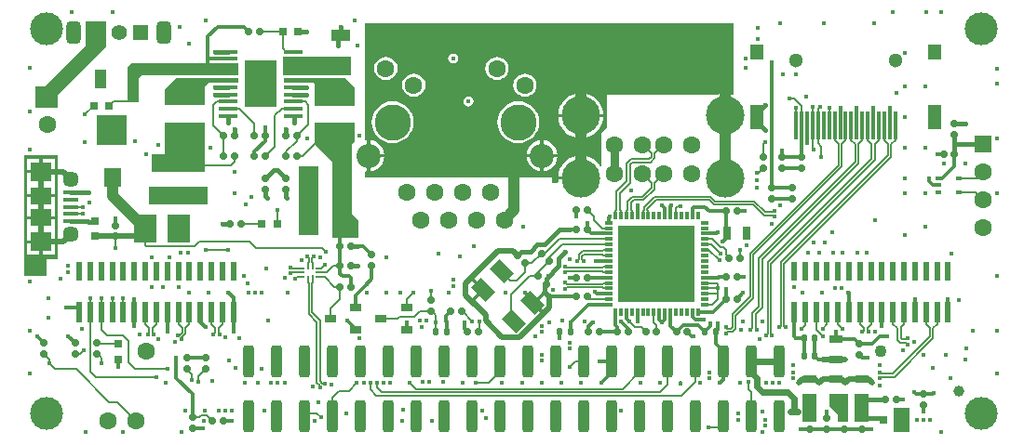
<source format=gbl>
G04 Layer_Physical_Order=6*
G04 Layer_Color=255*
%FSLAX44Y44*%
%MOMM*%
G71*
G01*
G75*
%ADD11R,1.2000X0.8000*%
%ADD12R,0.8000X0.8000*%
G04:AMPARAMS|DCode=13|XSize=0.55mm|YSize=0.6mm|CornerRadius=0.1375mm|HoleSize=0mm|Usage=FLASHONLY|Rotation=180.000|XOffset=0mm|YOffset=0mm|HoleType=Round|Shape=RoundedRectangle|*
%AMROUNDEDRECTD13*
21,1,0.5500,0.3250,0,0,180.0*
21,1,0.2750,0.6000,0,0,180.0*
1,1,0.2750,-0.1375,0.1625*
1,1,0.2750,0.1375,0.1625*
1,1,0.2750,0.1375,-0.1625*
1,1,0.2750,-0.1375,-0.1625*
%
%ADD13ROUNDEDRECTD13*%
%ADD16R,0.5000X0.4000*%
%ADD18R,1.0000X0.8000*%
G04:AMPARAMS|DCode=19|XSize=0.6mm|YSize=0.6mm|CornerRadius=0.15mm|HoleSize=0mm|Usage=FLASHONLY|Rotation=0.000|XOffset=0mm|YOffset=0mm|HoleType=Round|Shape=RoundedRectangle|*
%AMROUNDEDRECTD19*
21,1,0.6000,0.3000,0,0,0.0*
21,1,0.3000,0.6000,0,0,0.0*
1,1,0.3000,0.1500,-0.1500*
1,1,0.3000,-0.1500,-0.1500*
1,1,0.3000,-0.1500,0.1500*
1,1,0.3000,0.1500,0.1500*
%
%ADD19ROUNDEDRECTD19*%
G04:AMPARAMS|DCode=20|XSize=0.6mm|YSize=0.6mm|CornerRadius=0.15mm|HoleSize=0mm|Usage=FLASHONLY|Rotation=90.000|XOffset=0mm|YOffset=0mm|HoleType=Round|Shape=RoundedRectangle|*
%AMROUNDEDRECTD20*
21,1,0.6000,0.3000,0,0,90.0*
21,1,0.3000,0.6000,0,0,90.0*
1,1,0.3000,0.1500,0.1500*
1,1,0.3000,0.1500,-0.1500*
1,1,0.3000,-0.1500,-0.1500*
1,1,0.3000,-0.1500,0.1500*
%
%ADD20ROUNDEDRECTD20*%
%ADD22R,1.0000X1.8000*%
%ADD23R,0.8000X0.8000*%
%ADD30R,1.8000X1.0000*%
%ADD31R,0.8000X1.2000*%
G04:AMPARAMS|DCode=34|XSize=0.6mm|YSize=0.6mm|CornerRadius=0.15mm|HoleSize=0mm|Usage=FLASHONLY|Rotation=45.000|XOffset=0mm|YOffset=0mm|HoleType=Round|Shape=RoundedRectangle|*
%AMROUNDEDRECTD34*
21,1,0.6000,0.3000,0,0,45.0*
21,1,0.3000,0.6000,0,0,45.0*
1,1,0.3000,0.2121,0.0000*
1,1,0.3000,0.0000,-0.2121*
1,1,0.3000,-0.2121,0.0000*
1,1,0.3000,0.0000,0.2121*
%
%ADD34ROUNDEDRECTD34*%
%ADD35C,1.0000*%
%ADD36C,0.3500*%
%ADD37C,0.4000*%
%ADD38C,0.1400*%
%ADD39C,0.1500*%
%ADD40C,0.3000*%
%ADD41C,0.5000*%
%ADD42C,0.2000*%
%ADD43C,1.0000*%
%ADD44C,0.8000*%
%ADD46C,1.6000*%
%ADD47C,1.1000*%
%ADD48R,1.6000X1.6000*%
%ADD49C,1.3000*%
%ADD50C,3.5000*%
%ADD51C,3.3000*%
%ADD52C,2.2000*%
%ADD53R,1.9000X1.8000*%
%ADD54C,1.4500*%
%ADD55C,1.4000*%
%ADD56R,1.4000X1.4000*%
G04:AMPARAMS|DCode=57|XSize=1.3mm|YSize=2mm|CornerRadius=0.325mm|HoleSize=0mm|Usage=FLASHONLY|Rotation=180.000|XOffset=0mm|YOffset=0mm|HoleType=Round|Shape=RoundedRectangle|*
%AMROUNDEDRECTD57*
21,1,1.3000,1.3500,0,0,180.0*
21,1,0.6500,2.0000,0,0,180.0*
1,1,0.6500,-0.3250,0.6750*
1,1,0.6500,0.3250,0.6750*
1,1,0.6500,0.3250,-0.6750*
1,1,0.6500,-0.3250,-0.6750*
%
%ADD57ROUNDEDRECTD57*%
%ADD58C,3.0000*%
%ADD59C,0.4000*%
G04:AMPARAMS|DCode=74|XSize=1.8mm|YSize=1.2mm|CornerRadius=0mm|HoleSize=0mm|Usage=FLASHONLY|Rotation=315.000|XOffset=0mm|YOffset=0mm|HoleType=Round|Shape=Rectangle|*
%AMROTATEDRECTD74*
4,1,4,-1.0607,0.2121,-0.2121,1.0607,1.0607,-0.2121,0.2121,-1.0607,-1.0607,0.2121,0.0*
%
%ADD74ROTATEDRECTD74*%

%ADD75R,0.6000X1.7000*%
%ADD76R,0.6000X1.9000*%
%ADD77R,1.3000X1.4000*%
%ADD78R,1.3000X2.2000*%
%ADD79R,0.3000X2.6000*%
%ADD80R,1.8000X0.4200*%
%ADD81R,3.0000X4.2000*%
%ADD82R,0.2300X0.6630*%
%ADD83R,0.2300X0.5600*%
%ADD84R,0.5600X0.2300*%
%ADD85R,3.6000X1.5000*%
%ADD86O,1.4000X0.4000*%
%ADD87R,1.9000X1.5000*%
%ADD88R,2.0000X2.5000*%
%ADD89R,1.5000X1.8000*%
G04:AMPARAMS|DCode=90|XSize=0.3mm|YSize=0.75mm|CornerRadius=0.075mm|HoleSize=0mm|Usage=FLASHONLY|Rotation=180.000|XOffset=0mm|YOffset=0mm|HoleType=Round|Shape=RoundedRectangle|*
%AMROUNDEDRECTD90*
21,1,0.3000,0.6000,0,0,180.0*
21,1,0.1500,0.7500,0,0,180.0*
1,1,0.1500,-0.0750,0.3000*
1,1,0.1500,0.0750,0.3000*
1,1,0.1500,0.0750,-0.3000*
1,1,0.1500,-0.0750,-0.3000*
%
%ADD90ROUNDEDRECTD90*%
G04:AMPARAMS|DCode=91|XSize=0.3mm|YSize=0.75mm|CornerRadius=0.075mm|HoleSize=0mm|Usage=FLASHONLY|Rotation=270.000|XOffset=0mm|YOffset=0mm|HoleType=Round|Shape=RoundedRectangle|*
%AMROUNDEDRECTD91*
21,1,0.3000,0.6000,0,0,270.0*
21,1,0.1500,0.7500,0,0,270.0*
1,1,0.1500,-0.3000,-0.0750*
1,1,0.1500,-0.3000,0.0750*
1,1,0.1500,0.3000,0.0750*
1,1,0.1500,0.3000,-0.0750*
%
%ADD91ROUNDEDRECTD91*%
%ADD92R,7.0000X7.0000*%
G04:AMPARAMS|DCode=93|XSize=2.9mm|YSize=1mm|CornerRadius=0.25mm|HoleSize=0mm|Usage=FLASHONLY|Rotation=90.000|XOffset=0mm|YOffset=0mm|HoleType=Round|Shape=RoundedRectangle|*
%AMROUNDEDRECTD93*
21,1,2.9000,0.5000,0,0,90.0*
21,1,2.4000,1.0000,0,0,90.0*
1,1,0.5000,0.2500,1.2000*
1,1,0.5000,0.2500,-1.2000*
1,1,0.5000,-0.2500,-1.2000*
1,1,0.5000,-0.2500,1.2000*
%
%ADD93ROUNDEDRECTD93*%
%ADD94C,0.6000*%
G36*
X79000Y359000D02*
X35000Y315000D01*
Y303000D01*
X15000D01*
Y323000D01*
X24000D01*
X61000Y360000D01*
Y382000D01*
X79000D01*
Y359000D01*
D02*
G37*
G36*
X305000Y272000D02*
X303000Y270000D01*
Y243000D01*
Y207000D01*
X309000Y201000D01*
Y185000D01*
X285000D01*
Y254000D01*
X269000Y270000D01*
Y290000D01*
X305000D01*
Y272000D01*
D02*
G37*
G36*
X199250Y326250D02*
X172250D01*
X170500Y324500D01*
X169000Y323000D01*
Y305500D01*
X133000D01*
Y320500D01*
X142750Y330250D01*
X199250D01*
Y326250D01*
D02*
G37*
G36*
X305000Y322000D02*
Y305000D01*
X269000D01*
Y324000D01*
X267750Y326250D01*
X240750D01*
Y330250D01*
X297250D01*
X305000Y322000D01*
D02*
G37*
G36*
X98000Y269000D02*
X71000D01*
Y296000D01*
X98000D01*
Y269000D01*
D02*
G37*
G36*
X169000Y245000D02*
X121000D01*
Y261000D01*
X133000D01*
Y266000D01*
Y290000D01*
X169000D01*
Y245000D01*
D02*
G37*
G36*
X272000Y187000D02*
X255000D01*
Y250000D01*
X272000D01*
Y187000D01*
D02*
G37*
G36*
X172000Y215000D02*
X118000D01*
Y231000D01*
X172000D01*
Y215000D01*
D02*
G37*
G36*
X754000Y17000D02*
X745000D01*
Y23000D01*
X737000Y31000D01*
Y42000D01*
X754000D01*
Y17000D01*
D02*
G37*
G36*
X650000Y316183D02*
X648980Y315426D01*
X646419Y316203D01*
X643900Y316451D01*
Y296000D01*
X640900D01*
Y316451D01*
X638381Y316203D01*
X634517Y315031D01*
X634459Y315000D01*
X535000D01*
X535000Y285000D01*
X530000Y280000D01*
Y249755D01*
X528768Y249446D01*
X528128Y250644D01*
X525566Y253766D01*
X522444Y256328D01*
X518883Y258231D01*
X515019Y259403D01*
X512500Y259651D01*
Y239200D01*
X511000D01*
Y237700D01*
X490549D01*
X490689Y236270D01*
X489563Y235000D01*
X485000D01*
Y240000D01*
X315000D01*
Y244865D01*
X315955Y245703D01*
X316760Y245597D01*
Y259520D01*
Y273443D01*
X315955Y273337D01*
X315000Y274175D01*
Y380000D01*
X650000D01*
Y316183D01*
D02*
G37*
G36*
X725000Y17000D02*
X713000D01*
Y42000D01*
X725000D01*
Y17000D01*
D02*
G37*
G36*
X810000Y8000D02*
X796000D01*
Y30000D01*
X810000D01*
Y8000D01*
D02*
G37*
G36*
X302000Y345000D02*
Y342000D01*
Y332500D01*
X240000D01*
Y350000D01*
X302000D01*
Y345000D01*
D02*
G37*
G36*
X35000Y165000D02*
X25000D01*
Y160000D01*
Y150000D01*
X5000D01*
Y260000D01*
X35000D01*
Y165000D01*
D02*
G37*
G36*
X199500Y332500D02*
X111500D01*
X109000Y330000D01*
Y308000D01*
X99000D01*
Y340000D01*
X102500Y343500D01*
X199500D01*
Y332500D01*
D02*
G37*
G36*
X773000Y17000D02*
X760000D01*
Y42000D01*
X773000D01*
Y17000D01*
D02*
G37*
%LPC*%
G36*
X32500Y201500D02*
X7500D01*
Y192500D01*
Y182500D01*
X32500D01*
Y192500D01*
Y201500D01*
D02*
G37*
G36*
X509500Y259651D02*
X506981Y259403D01*
X503117Y258231D01*
X499556Y256328D01*
X496434Y253766D01*
X493872Y250644D01*
X491969Y247083D01*
X490797Y243219D01*
X490549Y240700D01*
X509500D01*
Y259651D01*
D02*
G37*
G36*
X474240Y258020D02*
X461817D01*
X462100Y255865D01*
X463511Y252460D01*
X465755Y249535D01*
X468680Y247291D01*
X472085Y245880D01*
X474240Y245597D01*
Y258020D01*
D02*
G37*
G36*
X332183D02*
X319760D01*
Y245597D01*
X321915Y245880D01*
X325320Y247291D01*
X328245Y249535D01*
X330489Y252460D01*
X331900Y255865D01*
X332183Y258020D01*
D02*
G37*
G36*
X18500Y179500D02*
X7500D01*
Y169000D01*
X18500D01*
Y179500D01*
D02*
G37*
G36*
X32500Y221500D02*
X7500D01*
Y212500D01*
Y204500D01*
X32500D01*
Y212500D01*
Y221500D01*
D02*
G37*
G36*
Y243500D02*
X7500D01*
Y233000D01*
Y224500D01*
X32500D01*
Y233000D01*
Y243500D01*
D02*
G37*
G36*
Y179500D02*
X21500D01*
Y169000D01*
X32500D01*
Y179500D01*
D02*
G37*
G36*
X489663Y258020D02*
X477240D01*
Y245597D01*
X479395Y245880D01*
X482800Y247291D01*
X485725Y249535D01*
X487969Y252460D01*
X489380Y255865D01*
X489663Y258020D01*
D02*
G37*
G36*
X409000Y313588D02*
X407244Y313239D01*
X405756Y312244D01*
X404761Y310756D01*
X404412Y309000D01*
X404761Y307244D01*
X405756Y305756D01*
X407244Y304761D01*
X409000Y304412D01*
X410756Y304761D01*
X412244Y305756D01*
X413239Y307244D01*
X413588Y309000D01*
X413239Y310756D01*
X412244Y312244D01*
X410756Y313239D01*
X409000Y313588D01*
D02*
G37*
G36*
X359154Y334373D02*
X356413Y334012D01*
X353859Y332954D01*
X351665Y331271D01*
X349982Y329077D01*
X348924Y326523D01*
X348563Y323782D01*
X348924Y321041D01*
X349982Y318487D01*
X351665Y316293D01*
X353859Y314610D01*
X356413Y313552D01*
X359154Y313191D01*
X361895Y313552D01*
X364449Y314610D01*
X366643Y316293D01*
X368326Y318487D01*
X369384Y321041D01*
X369745Y323782D01*
X369384Y326523D01*
X368326Y329077D01*
X366643Y331271D01*
X364449Y332954D01*
X361895Y334012D01*
X359154Y334373D01*
D02*
G37*
G36*
X509500Y316451D02*
X506981Y316203D01*
X503117Y315031D01*
X499556Y313128D01*
X496434Y310566D01*
X493872Y307444D01*
X491969Y303883D01*
X490797Y300019D01*
X490549Y297500D01*
X509500D01*
Y316451D01*
D02*
G37*
G36*
X512500D02*
Y297500D01*
X531451D01*
X531203Y300019D01*
X530031Y303883D01*
X528128Y307444D01*
X525566Y310566D01*
X522444Y313128D01*
X518883Y315031D01*
X515019Y316203D01*
X512500Y316451D01*
D02*
G37*
G36*
X434846Y349613D02*
X432105Y349252D01*
X429551Y348194D01*
X427357Y346511D01*
X425674Y344317D01*
X424616Y341763D01*
X424255Y339022D01*
X424616Y336281D01*
X425674Y333727D01*
X427357Y331533D01*
X429551Y329850D01*
X432105Y328792D01*
X434846Y328431D01*
X437587Y328792D01*
X440141Y329850D01*
X442335Y331533D01*
X444018Y333727D01*
X445076Y336281D01*
X445437Y339022D01*
X445076Y341763D01*
X444018Y344317D01*
X442335Y346511D01*
X440141Y348194D01*
X437587Y349252D01*
X434846Y349613D01*
D02*
G37*
G36*
X395000Y352588D02*
X393244Y352239D01*
X391756Y351244D01*
X390761Y349756D01*
X390412Y348000D01*
X390761Y346244D01*
X391756Y344756D01*
X393244Y343761D01*
X395000Y343412D01*
X396756Y343761D01*
X398244Y344756D01*
X399239Y346244D01*
X399588Y348000D01*
X399239Y349756D01*
X398244Y351244D01*
X396756Y352239D01*
X395000Y352588D01*
D02*
G37*
G36*
X460246Y334373D02*
X457505Y334012D01*
X454951Y332954D01*
X452757Y331271D01*
X451074Y329077D01*
X450016Y326523D01*
X449655Y323782D01*
X450016Y321041D01*
X451074Y318487D01*
X452757Y316293D01*
X454951Y314610D01*
X457505Y313552D01*
X460246Y313191D01*
X462987Y313552D01*
X465541Y314610D01*
X467735Y316293D01*
X469418Y318487D01*
X470476Y321041D01*
X470837Y323782D01*
X470476Y326523D01*
X469418Y329077D01*
X467735Y331271D01*
X465541Y332954D01*
X462987Y334012D01*
X460246Y334373D01*
D02*
G37*
G36*
X333754Y349613D02*
X331013Y349252D01*
X328459Y348194D01*
X326265Y346511D01*
X324582Y344317D01*
X323524Y341763D01*
X323163Y339022D01*
X323524Y336281D01*
X324582Y333727D01*
X326265Y331533D01*
X328459Y329850D01*
X331013Y328792D01*
X333754Y328431D01*
X336495Y328792D01*
X339049Y329850D01*
X341243Y331533D01*
X342926Y333727D01*
X343984Y336281D01*
X344345Y339022D01*
X343984Y341763D01*
X342926Y344317D01*
X341243Y346511D01*
X339049Y348194D01*
X336495Y349252D01*
X333754Y349613D01*
D02*
G37*
G36*
X531451Y294500D02*
X512500D01*
Y275548D01*
X515019Y275797D01*
X518883Y276969D01*
X522444Y278872D01*
X525566Y281434D01*
X528128Y284556D01*
X530031Y288117D01*
X531203Y291981D01*
X531451Y294500D01*
D02*
G37*
G36*
X319760Y273443D02*
Y261020D01*
X332183D01*
X331900Y263175D01*
X330489Y266580D01*
X328245Y269505D01*
X325320Y271749D01*
X321915Y273160D01*
X319760Y273443D01*
D02*
G37*
G36*
X474240D02*
X472085Y273160D01*
X468680Y271749D01*
X465755Y269505D01*
X463511Y266580D01*
X462100Y263175D01*
X461817Y261020D01*
X474240D01*
Y273443D01*
D02*
G37*
G36*
X18500Y257000D02*
X7500D01*
Y246500D01*
X18500D01*
Y257000D01*
D02*
G37*
G36*
X32500D02*
X21500D01*
Y246500D01*
X32500D01*
Y257000D01*
D02*
G37*
G36*
X454150Y309092D02*
X450425Y308725D01*
X446844Y307639D01*
X443543Y305874D01*
X440650Y303500D01*
X438276Y300607D01*
X436511Y297306D01*
X435425Y293725D01*
X435058Y290000D01*
X435425Y286275D01*
X436511Y282694D01*
X438276Y279393D01*
X440650Y276500D01*
X443543Y274126D01*
X446844Y272361D01*
X450425Y271275D01*
X454150Y270908D01*
X457875Y271275D01*
X461456Y272361D01*
X464757Y274126D01*
X467650Y276500D01*
X470024Y279393D01*
X471789Y282694D01*
X472875Y286275D01*
X473242Y290000D01*
X472875Y293725D01*
X471789Y297306D01*
X470024Y300607D01*
X467650Y303500D01*
X464757Y305874D01*
X461456Y307639D01*
X457875Y308725D01*
X454150Y309092D01*
D02*
G37*
G36*
X509500Y294500D02*
X490549D01*
X490797Y291981D01*
X491969Y288117D01*
X493872Y284556D01*
X496434Y281434D01*
X499556Y278872D01*
X503117Y276969D01*
X506981Y275797D01*
X509500Y275548D01*
Y294500D01*
D02*
G37*
G36*
X477240Y273443D02*
Y261020D01*
X489663D01*
X489380Y263175D01*
X487969Y266580D01*
X485725Y269505D01*
X482800Y271749D01*
X479395Y273160D01*
X477240Y273443D01*
D02*
G37*
G36*
X339850Y309092D02*
X336125Y308725D01*
X332544Y307639D01*
X329243Y305874D01*
X326350Y303500D01*
X323976Y300607D01*
X322211Y297306D01*
X321125Y293725D01*
X320758Y290000D01*
X321125Y286275D01*
X322211Y282694D01*
X323976Y279393D01*
X326350Y276500D01*
X329243Y274126D01*
X332544Y272361D01*
X336125Y271275D01*
X339850Y270908D01*
X343575Y271275D01*
X347156Y272361D01*
X350457Y274126D01*
X353350Y276500D01*
X355724Y279393D01*
X357489Y282694D01*
X358575Y286275D01*
X358942Y290000D01*
X358575Y293725D01*
X357489Y297306D01*
X355724Y300607D01*
X353350Y303500D01*
X350457Y305874D01*
X347156Y307639D01*
X343575Y308725D01*
X339850Y309092D01*
D02*
G37*
%LPD*%
D11*
X767000Y56000D02*
D03*
Y38000D02*
D03*
X743000Y56000D02*
D03*
Y38000D02*
D03*
Y74000D02*
D03*
Y92000D02*
D03*
X719000Y56000D02*
D03*
Y38000D02*
D03*
D12*
X68000Y305000D02*
D03*
X82000D02*
D03*
X221000Y197000D02*
D03*
X235000D02*
D03*
X786000Y19000D02*
D03*
X800000D02*
D03*
D13*
X714000Y93000D02*
D03*
X724000D02*
D03*
Y77000D02*
D03*
X714000D02*
D03*
X634000Y99000D02*
D03*
X624000D02*
D03*
X379000D02*
D03*
X389000D02*
D03*
X502000D02*
D03*
X492000D02*
D03*
D16*
X855000Y226000D02*
D03*
Y239000D02*
D03*
X836000D02*
D03*
Y232500D02*
D03*
Y226000D02*
D03*
D18*
X352500Y121000D02*
D03*
Y101000D02*
D03*
X329500Y111000D02*
D03*
X283500D02*
D03*
X306500Y101000D02*
D03*
Y121000D02*
D03*
D19*
X823000Y32000D02*
D03*
Y42000D02*
D03*
X764000Y78000D02*
D03*
Y88000D02*
D03*
X71000Y89000D02*
D03*
Y79000D02*
D03*
X677000Y258000D02*
D03*
Y248000D02*
D03*
X170000Y65000D02*
D03*
Y75000D02*
D03*
X153000Y65000D02*
D03*
Y75000D02*
D03*
X375000Y118000D02*
D03*
Y128000D02*
D03*
X751000Y10000D02*
D03*
Y20000D02*
D03*
X735000Y10000D02*
D03*
Y20000D02*
D03*
X719000Y10000D02*
D03*
Y20000D02*
D03*
X767000Y10000D02*
D03*
Y20000D02*
D03*
X703000Y220000D02*
D03*
Y230000D02*
D03*
X685000Y220000D02*
D03*
Y230000D02*
D03*
X694000Y248000D02*
D03*
Y258000D02*
D03*
X712000Y248000D02*
D03*
Y258000D02*
D03*
X23000Y79000D02*
D03*
Y89000D02*
D03*
X51000D02*
D03*
Y79000D02*
D03*
X158000Y11000D02*
D03*
Y21000D02*
D03*
X321000Y169000D02*
D03*
Y159000D02*
D03*
X88000Y196000D02*
D03*
Y186000D02*
D03*
X851000Y289000D02*
D03*
Y279000D02*
D03*
X224000Y239000D02*
D03*
Y229000D02*
D03*
X243000Y239000D02*
D03*
Y229000D02*
D03*
D20*
X646000Y166000D02*
D03*
X656000D02*
D03*
X570000Y99000D02*
D03*
X580000D02*
D03*
X507000Y131000D02*
D03*
X517000D02*
D03*
X518000Y99000D02*
D03*
X528000D02*
D03*
X517000Y148500D02*
D03*
X507000D02*
D03*
X643000Y149000D02*
D03*
X653000D02*
D03*
X643000Y129000D02*
D03*
X653000D02*
D03*
X517000Y192000D02*
D03*
X507000D02*
D03*
X544000Y99000D02*
D03*
X554000D02*
D03*
X643000Y209000D02*
D03*
X653000D02*
D03*
X598000Y99000D02*
D03*
X608000D02*
D03*
X798000Y37000D02*
D03*
X788000D02*
D03*
X302000Y177000D02*
D03*
X292000D02*
D03*
X302000Y159000D02*
D03*
X292000D02*
D03*
X186000Y18000D02*
D03*
X176000D02*
D03*
X219000Y373000D02*
D03*
X209000D02*
D03*
X214000Y259000D02*
D03*
X224000D02*
D03*
X214000Y278000D02*
D03*
X224000D02*
D03*
X253000Y259000D02*
D03*
X243000D02*
D03*
X186000D02*
D03*
X196000D02*
D03*
X202000Y197000D02*
D03*
X192000D02*
D03*
X243000Y278000D02*
D03*
X253000D02*
D03*
X196000D02*
D03*
X186000D02*
D03*
X302000Y140000D02*
D03*
X292000D02*
D03*
X841000Y261000D02*
D03*
X851000D02*
D03*
X418000Y99000D02*
D03*
X408000D02*
D03*
X403000Y118000D02*
D03*
X393000D02*
D03*
X507000Y210000D02*
D03*
X517000D02*
D03*
D22*
X74000Y329000D02*
D03*
X104000D02*
D03*
X267000Y202000D02*
D03*
X297000D02*
D03*
Y232000D02*
D03*
X267000D02*
D03*
D23*
X90000Y88000D02*
D03*
Y74000D02*
D03*
X240000Y373000D02*
D03*
X254000D02*
D03*
X69000Y186000D02*
D03*
Y200000D02*
D03*
D30*
X293000Y369000D02*
D03*
Y339000D02*
D03*
X130000Y226000D02*
D03*
Y256000D02*
D03*
X160000D02*
D03*
Y226000D02*
D03*
D31*
X644000Y189000D02*
D03*
X662000D02*
D03*
D34*
X475465Y170536D02*
D03*
X482536Y163465D02*
D03*
X479535Y142465D02*
D03*
X472464Y149536D02*
D03*
X453465Y168535D02*
D03*
X460536Y161465D02*
D03*
D35*
X855000Y45000D02*
D03*
D36*
X482500Y131000D02*
X507000D01*
X653000Y209000D02*
X660000D01*
X653000Y129000D02*
X658500Y134500D01*
X412000Y127000D02*
X422029Y137029D01*
X195000Y99000D02*
Y116500D01*
X195000Y99000D02*
X195000Y99000D01*
X105000Y104000D02*
X105000Y104000D01*
Y116500D01*
X105000Y129000D02*
X105000Y129000D01*
Y116500D02*
Y129000D01*
X135000Y99000D02*
Y116500D01*
X165000Y108000D02*
X170000Y103000D01*
X165000Y108000D02*
Y116500D01*
X190500Y135000D02*
X195000Y130500D01*
Y116500D02*
Y130500D01*
X755000Y116500D02*
Y134500D01*
X754500Y135000D02*
X755000Y134500D01*
X785000Y104000D02*
Y117000D01*
X815000Y117000D02*
X815000Y117000D01*
X743000Y92000D02*
Y99000D01*
X719000Y20000D02*
X721000Y22000D01*
Y26000D01*
X735000Y20000D02*
Y26000D01*
X751000Y10000D02*
X767000D01*
X743000D02*
X751000D01*
X775000D02*
X775000Y10000D01*
X767000Y10000D02*
X775000D01*
X719000Y10000D02*
X735000D01*
X743000D01*
X743000Y10000D01*
X711000Y10000D02*
X719000D01*
X158000Y11000D02*
X167000D01*
X186000Y18000D02*
X194000D01*
X815000Y117000D02*
Y129000D01*
X845000Y117000D02*
Y129000D01*
X760000Y92000D02*
X764000Y88000D01*
X743000Y92000D02*
X760000D01*
X501000Y148500D02*
X507000D01*
X764000Y88000D02*
X776000D01*
X783000Y95000D01*
X790000D01*
X23000Y89000D02*
X23000D01*
X17000Y95000D02*
X23000Y89000D01*
X352500Y101000D02*
Y107500D01*
X306500Y101000D02*
Y101500D01*
X298500Y109500D02*
X306500Y101500D01*
X313000Y177000D02*
X321000Y169000D01*
X308000Y177000D02*
X313000D01*
X388500Y113500D02*
X393000Y118000D01*
X388500Y109000D02*
Y113500D01*
X501000Y192000D02*
X507000D01*
Y204000D02*
Y210000D01*
X411000Y148000D02*
X411059D01*
X422029Y137029D01*
X405000Y102000D02*
X408000Y99000D01*
X405000Y102000D02*
Y108000D01*
X634000Y99000D02*
X636000Y101000D01*
Y107000D01*
X608000Y99000D02*
X612000Y95000D01*
X614000D01*
X640500Y55500D02*
Y71740D01*
X637500Y52500D02*
X640500Y55500D01*
Y71740D02*
Y81500D01*
X634000Y88000D02*
X640500Y81500D01*
X634000Y88000D02*
Y99000D01*
X538640Y72000D02*
X538900Y71740D01*
X528000Y72000D02*
X538640D01*
X538900Y61900D02*
Y71740D01*
X529500Y52500D02*
X538900Y61900D01*
X724000Y77000D02*
Y93000D01*
Y77000D02*
X727000Y74000D01*
X731000D01*
D37*
X254000Y373000D02*
X261000D01*
X261000Y373000D01*
X261000D02*
X261000D01*
X249700Y315250D02*
X261750D01*
X249700Y321750D02*
X261750D01*
X491000Y166000D02*
X497000Y172000D01*
X491000Y159000D02*
Y166000D01*
X479535Y147535D02*
X491000Y159000D01*
X479535Y142465D02*
Y147535D01*
X68000Y199000D02*
X69000Y200000D01*
X671500Y298500D02*
X679000Y306000D01*
X671500Y294500D02*
Y298500D01*
Y290500D02*
X679000Y283000D01*
X671500Y290500D02*
Y294500D01*
X196000Y278000D02*
Y284000D01*
X851000Y270000D02*
Y279000D01*
Y261000D02*
Y270000D01*
X851200Y269800D01*
X877000D01*
X302000Y159000D02*
X308000D01*
X302000Y177000D02*
X308000D01*
X250000Y290000D02*
Y295450D01*
X249700Y295750D02*
X250000Y295450D01*
X190000Y290000D02*
Y295450D01*
X190300Y295750D01*
X767000Y38000D02*
X768000Y37000D01*
X788000D01*
X768000Y21000D02*
Y26000D01*
X767000Y20000D02*
X768000Y21000D01*
X767000Y20000D02*
X785000D01*
X786000Y19000D01*
X751000Y20000D02*
Y26000D01*
X851000Y289000D02*
X851000Y289000D01*
X861000D01*
X47000Y226000D02*
X63000D01*
X62000Y200000D02*
X63000Y199000D01*
X47000Y200000D02*
X62000D01*
X63000Y199000D02*
X68000D01*
X478500Y141429D02*
X479535Y142465D01*
X478500Y135000D02*
Y141429D01*
X453465Y168535D02*
X456929Y172000D01*
X465000D01*
X471500Y178500D01*
X478500D01*
X492000Y192000D01*
X501000D01*
X293000Y369000D02*
Y377000D01*
X290000Y366000D02*
X293000Y369000D01*
X290000Y360000D02*
Y366000D01*
X178250Y354250D02*
X190300D01*
X178250Y321750D02*
X190300D01*
X178250Y315250D02*
X190300D01*
X243000Y278000D02*
Y284000D01*
X243000Y284000D02*
X243000Y284000D01*
X235500Y246500D02*
X243000Y239000D01*
X233500Y246500D02*
X235500D01*
X224000Y239000D02*
X231500Y246500D01*
X233500D01*
X224000Y223000D02*
Y229000D01*
Y223000D02*
X226000Y221000D01*
X243000Y222000D02*
Y229000D01*
Y222000D02*
X244000Y221000D01*
X185000Y197000D02*
X192000D01*
D38*
X871600Y239000D02*
X877000Y244400D01*
X855000Y239000D02*
X871600D01*
X685750Y208000D02*
X687000Y209250D01*
X628993Y222250D02*
X633243Y218000D01*
X578250Y222250D02*
X628993D01*
X633243Y218000D02*
X669000D01*
X568500Y212500D02*
X578250Y222250D01*
X568500Y210250D02*
Y212500D01*
X669000Y218000D02*
X679000Y208000D01*
X685750D01*
X567500Y209250D02*
X568500Y210250D01*
X567500Y204750D02*
Y209250D01*
X870000Y226000D02*
X877000Y219000D01*
X855000Y226000D02*
X870000D01*
X685750Y205000D02*
X687000Y203750D01*
X627750Y219250D02*
X632000Y215000D01*
X579493Y219250D02*
X627750D01*
X632000Y215000D02*
X667757D01*
X571500Y211257D02*
X579493Y219250D01*
X571500Y210250D02*
Y211257D01*
X667757Y215000D02*
X677757Y205000D01*
X685750D01*
X571500Y210250D02*
X572500Y209250D01*
Y204750D02*
Y209250D01*
X531750Y143500D02*
X536250D01*
X530750Y142500D02*
X531750Y143500D01*
X498300Y142500D02*
X530750D01*
X497000Y143800D02*
X498300Y142500D01*
Y139500D02*
X530750D01*
X531750Y138500D01*
X536250D01*
X497000Y138200D02*
X498300Y139500D01*
X530750Y157500D02*
X531750Y158500D01*
X536250D01*
X498300Y157500D02*
X530750D01*
X497000Y158800D02*
X498300Y157500D01*
X530750Y154500D02*
X531750Y153500D01*
X536250D01*
X498300Y154500D02*
X530750D01*
X497000Y153200D02*
X498300Y154500D01*
X530750Y169500D02*
X531750Y168500D01*
X536250D01*
X512293Y167793D02*
X514000Y169500D01*
X530750D01*
X512293Y164835D02*
X513593Y163535D01*
X512293Y164835D02*
Y167793D01*
X262250Y168000D02*
X263500Y166750D01*
Y162800D02*
Y166750D01*
X263000Y162300D02*
X263500Y162800D01*
X263000Y158750D02*
Y162300D01*
X531750Y173500D02*
X536250D01*
X530750Y172500D02*
X531750Y173500D01*
X512757Y172500D02*
X530750D01*
X509293Y169036D02*
X512757Y172500D01*
X509293Y164835D02*
Y169036D01*
X507993Y163535D02*
X509293Y164835D01*
X507993Y163535D02*
X509293Y164835D01*
X266500Y166750D02*
X267750Y168000D01*
X266500Y162800D02*
X267000Y162300D01*
X266500Y162800D02*
Y166750D01*
X267000Y158750D02*
Y162300D01*
X58000Y207000D02*
X59000D01*
X47500Y207000D02*
X58000D01*
X47000Y206500D02*
X47500Y207000D01*
X58000Y212500D02*
X59000D01*
X47000Y213000D02*
X47500Y212500D01*
X58000D01*
X253700Y157000D02*
X257250D01*
X253200Y156500D02*
X253700Y157000D01*
X248250Y156500D02*
X253200D01*
X247000Y157750D02*
X248250Y156500D01*
X248250Y153500D02*
X253200D01*
X253700Y153000D01*
X257250D01*
X247000Y152250D02*
X248250Y153500D01*
X767000Y273250D02*
Y287000D01*
X763500Y269750D02*
X767000Y273250D01*
X763500Y252500D02*
Y269750D01*
X676000Y165000D02*
X763500Y252500D01*
X676000Y121000D02*
Y165000D01*
X670000Y115000D02*
X676000Y121000D01*
X670000Y102000D02*
X671000Y101000D01*
X670000Y102000D02*
Y115000D01*
X760500Y253743D02*
Y269750D01*
X757000Y273250D02*
X760500Y269750D01*
X673000Y166243D02*
X760500Y253743D01*
X757000Y273250D02*
Y287000D01*
X673000Y122243D02*
Y166243D01*
X667000Y102500D02*
Y116243D01*
X673000Y122243D01*
X665500Y101000D02*
X667000Y102500D01*
X782000Y273250D02*
Y287000D01*
X778500Y269750D02*
X782000Y273250D01*
X778500Y255500D02*
Y269750D01*
X684000Y161000D02*
X778500Y255500D01*
X684000Y97000D02*
Y161000D01*
Y97000D02*
X685000Y96000D01*
X775500Y256743D02*
Y269750D01*
X772000Y273250D02*
X775500Y269750D01*
X681000Y162243D02*
X775500Y256743D01*
X772000Y273250D02*
Y287000D01*
X681000Y97500D02*
Y162243D01*
X679500Y96000D02*
X681000Y97500D01*
X693000Y162243D02*
X790500Y259743D01*
X696000Y161000D02*
X793500Y258500D01*
X790500Y259743D02*
Y269750D01*
X787000Y273250D02*
X790500Y269750D01*
X787000Y273250D02*
Y287000D01*
X797000Y273250D02*
Y287000D01*
X793500Y269750D02*
X797000Y273250D01*
X793500Y258500D02*
Y269750D01*
X696000Y104250D02*
Y161000D01*
Y104250D02*
X697250Y103000D01*
X693000Y104250D02*
Y162243D01*
X691750Y103000D02*
X693000Y104250D01*
X643000Y97500D02*
X644250Y98750D01*
X643000Y103000D02*
X644250Y101750D01*
X647750D01*
X649000Y103000D01*
X644250Y98750D02*
X648993D01*
X652000Y101757D01*
X649000Y115000D02*
X665000Y131000D01*
X649000Y103000D02*
Y115000D01*
X665000Y131000D02*
Y170243D01*
X742000Y273250D02*
Y287000D01*
X665000Y170243D02*
X745500Y250743D01*
X742000Y273250D02*
X745500Y269750D01*
Y250743D02*
Y269750D01*
X652000Y113757D02*
X668000Y129757D01*
X652000Y101757D02*
Y113757D01*
X668000Y129757D02*
Y169000D01*
X748500Y249500D01*
Y269750D01*
X752000Y273250D01*
Y287000D01*
X795000Y61000D02*
X828500Y94500D01*
X796243Y58000D02*
X831500Y93257D01*
Y102750D01*
X783000Y62250D02*
X784250Y61000D01*
X825000Y106250D02*
Y116500D01*
Y106250D02*
X828500Y102750D01*
X783000Y56750D02*
X784250Y58000D01*
X831500Y102750D02*
X835000Y106250D01*
Y116500D01*
X784250Y61000D02*
X795000D01*
X828500Y94500D02*
Y102750D01*
X784250Y58000D02*
X796243D01*
X271000Y52757D02*
X274000Y49757D01*
Y48000D02*
Y49757D01*
X263500Y115257D02*
Y143200D01*
X263000Y143700D02*
Y147250D01*
Y143700D02*
X263500Y143200D01*
X271000Y52757D02*
Y107757D01*
X263500Y115257D02*
X271000Y107757D01*
X274000Y54000D02*
X276111Y51889D01*
X277889D01*
X266500Y116500D02*
Y143185D01*
X267000Y143685D01*
Y147750D01*
X274000Y54000D02*
Y109000D01*
X266500Y116500D02*
X274000Y109000D01*
X552500Y204750D02*
Y209250D01*
X553500Y210250D01*
Y217743D01*
X557757Y222000D01*
X567000D01*
X575200Y230200D01*
Y234200D01*
X566700Y242700D02*
X575200Y234200D01*
X556500Y210250D02*
X557500Y209250D01*
Y204750D02*
Y209250D01*
X556500Y210250D02*
Y216500D01*
X559000Y219000D02*
X568243D01*
X556500Y216500D02*
X559000Y219000D01*
X568243D02*
X578200Y228957D01*
Y234200D01*
X586700Y242700D01*
X542500Y204750D02*
Y209250D01*
X543500Y210250D01*
Y226743D01*
X552750Y235993D01*
Y252493D01*
X556757Y256500D02*
X573257D01*
X552750Y252493D02*
X556757Y256500D01*
X573257D02*
X575250Y258493D01*
Y261750D01*
X568100Y268900D02*
X575250Y261750D01*
X566700Y268900D02*
X568100D01*
X546500Y210250D02*
X547500Y209250D01*
X546500Y210250D02*
Y225500D01*
X547500Y204750D02*
Y209250D01*
X546500Y225500D02*
X555750Y234750D01*
Y251250D01*
X558000Y253500D02*
X574500D01*
X555750Y251250D02*
X558000Y253500D01*
X574500D02*
X578250Y257250D01*
Y261750D01*
X585400Y268900D01*
X586700D01*
X148005Y91995D02*
Y93763D01*
X151500Y97257D01*
Y102750D01*
X155000Y106250D01*
Y116500D01*
X144116Y95884D02*
X145884D01*
X148500Y98500D01*
X145000Y106250D02*
Y116500D01*
Y106250D02*
X148500Y102750D01*
Y98500D02*
Y102750D01*
X121500Y98250D02*
X122750Y97000D01*
X121500Y98250D02*
Y102750D01*
X125000Y106250D01*
Y116500D01*
X117250Y97000D02*
X118500Y98250D01*
X115000Y106250D02*
Y116500D01*
Y106250D02*
X118500Y102750D01*
Y98250D02*
Y102750D01*
X181500Y98000D02*
X182500Y97000D01*
X181500Y98000D02*
Y102750D01*
X185000Y106250D01*
Y116500D01*
X178500Y98500D02*
Y102750D01*
X177000Y97000D02*
X178500Y98500D01*
X175000Y106250D02*
X178500Y102750D01*
X175000Y106250D02*
Y116500D01*
X802000Y93000D02*
X803000Y92000D01*
X802000Y103250D02*
X805000Y106250D01*
X802000Y93000D02*
Y103250D01*
X803000Y92000D02*
X807000D01*
X808000Y93000D01*
X805000Y106250D02*
Y116500D01*
X806500Y89000D02*
X808000Y87500D01*
X799000Y91757D02*
Y102250D01*
X795000Y106250D02*
Y116500D01*
X801757Y89000D02*
X806500D01*
X795000Y106250D02*
X799000Y102250D01*
Y91757D02*
X801757Y89000D01*
X771500Y100250D02*
Y102750D01*
Y100250D02*
X772750Y99000D01*
X771500Y102750D02*
X775000Y106250D01*
Y116500D01*
X765000Y106250D02*
Y116500D01*
X767250Y99000D02*
X768500Y100250D01*
X765000Y106250D02*
X768500Y102750D01*
Y100250D02*
Y102750D01*
D39*
X519500Y128500D02*
X536250D01*
X517000Y131000D02*
X519500Y128500D01*
X636000Y134000D02*
Y139000D01*
Y129000D02*
Y134000D01*
X635500Y133500D02*
X636000Y134000D01*
X623750Y133500D02*
X635500D01*
X630500Y123500D02*
X636000Y129000D01*
X623750Y138500D02*
X635500D01*
X623750Y143500D02*
X634500D01*
X636000Y139000D02*
Y142000D01*
X634500Y143500D02*
X636000Y142000D01*
X629500Y178500D02*
X638000Y170000D01*
X623750Y178500D02*
X629500D01*
X623750Y183500D02*
X630500D01*
X637990Y176000D02*
X641010D01*
X634750Y179240D02*
X637990Y176000D01*
X634750Y179240D02*
Y179250D01*
X630500Y183500D02*
X634750Y179250D01*
X641010Y176000D02*
X643000Y174010D01*
X627500Y173500D02*
X637000Y164000D01*
X623750Y173500D02*
X627500D01*
X643000Y169000D02*
X646000Y166000D01*
X643000Y169000D02*
Y174010D01*
X635500Y138500D02*
X636000Y139000D01*
X656000Y174000D02*
Y175000D01*
X656000Y175000D02*
X656000Y175000D01*
X656000Y166000D02*
Y175000D01*
X730000Y258000D02*
Y268000D01*
X597500Y211500D02*
X599500Y213500D01*
X597500Y204750D02*
Y211500D01*
X599500Y213500D02*
X602000D01*
X727000Y271000D02*
X730000Y268000D01*
X727000Y271000D02*
Y287000D01*
X722000Y266000D02*
X723000Y265000D01*
X722000Y266000D02*
Y287000D01*
X170000Y174000D02*
X190000D01*
X219000Y373000D02*
X240000D01*
X219000Y373000D02*
X219000Y373000D01*
X580000Y99000D02*
X580000Y99000D01*
Y105000D01*
X577500Y107500D02*
X580000Y105000D01*
X577500Y107500D02*
Y117250D01*
X727000Y287000D02*
Y302000D01*
X729000Y304000D01*
X722000Y287000D02*
Y304000D01*
X106000Y65000D02*
X135000D01*
X412500Y108500D02*
Y108750D01*
X95000Y130000D02*
X95000Y130000D01*
Y116500D02*
Y130000D01*
X85000Y116500D02*
Y130000D01*
X75000Y116500D02*
Y130000D01*
X75000Y130000D02*
X75000Y130000D01*
Y101000D02*
Y116500D01*
Y101000D02*
X80000Y96000D01*
X95000D01*
X100000Y91000D01*
Y71000D02*
Y91000D01*
Y71000D02*
X106000Y65000D01*
X89600Y35000D02*
X106600Y18000D01*
X745000Y106000D02*
X749000Y102000D01*
X745000Y106000D02*
Y116500D01*
X731000Y102000D02*
X735000Y106000D01*
Y116500D01*
X725000Y101000D02*
X731000Y95000D01*
X725000Y101000D02*
Y116500D01*
X712000Y102000D02*
X715000Y105000D01*
Y116500D01*
X23000Y79000D02*
X23000Y79000D01*
X71000Y89000D02*
X72000Y88000D01*
X90000D01*
X157500Y55500D02*
Y60500D01*
X153000Y65000D02*
X157500Y60500D01*
X163500Y53500D02*
Y58500D01*
X170000Y65000D01*
X737000Y287000D02*
Y303000D01*
X707000Y287000D02*
Y303000D01*
X65000Y63000D02*
Y130000D01*
Y63000D02*
X70000Y58000D01*
X125000D01*
X75000Y70000D02*
Y75000D01*
X71000Y79000D02*
X75000Y75000D01*
X28000Y70000D02*
X33000Y65000D01*
X352500Y121000D02*
Y129000D01*
X358500Y135000D01*
X329500Y111000D02*
X344000D01*
X346000Y113000D01*
X360000D01*
X272750Y149000D02*
X278000D01*
X287000Y140000D01*
X292000D01*
X283500Y111000D02*
Y120500D01*
X292000Y129000D01*
Y140000D01*
X677000Y258000D02*
Y270000D01*
X679000Y272000D01*
X51000Y79000D02*
X56000D01*
X59000Y82000D01*
X23000Y79000D02*
X28000Y74000D01*
Y70000D02*
Y74000D01*
X418000Y99000D02*
X418500Y99500D01*
Y108750D01*
X403000Y118000D02*
X403250D01*
X412500Y108750D01*
X482536Y163465D02*
Y166536D01*
X494500Y178500D01*
X536250D01*
X475465Y170536D02*
X478535D01*
X491500Y183500D01*
X536250D01*
X439000Y154000D02*
X447000Y146000D01*
X453000D01*
X460536Y153535D01*
Y161465D01*
X466394D01*
X475465Y170536D01*
X448000Y111059D02*
X450314Y108745D01*
X448000Y111059D02*
Y133000D01*
X464535Y149536D01*
X472464D01*
Y153393D01*
X482536Y163465D01*
X530500Y193500D02*
X536250D01*
X523000Y201000D02*
X530500Y193500D01*
X517000Y210000D02*
X523000Y204000D01*
Y201000D02*
Y204000D01*
X623750Y123500D02*
X630500D01*
X379000Y99000D02*
Y108000D01*
X375000Y118000D02*
X379000Y114000D01*
Y108000D02*
Y114000D01*
X365000Y118000D02*
X375000D01*
X360000Y113000D02*
X365000Y118000D01*
X663500Y46500D02*
Y53500D01*
Y46500D02*
X665900Y44100D01*
Y22440D02*
Y44100D01*
X640500Y22440D02*
Y31500D01*
X505740Y71740D02*
X513500D01*
X501000Y67000D02*
X505740Y71740D01*
X564300Y62300D02*
Y71740D01*
X437300Y62300D02*
Y71740D01*
X259500Y22440D02*
X262060Y25000D01*
X271000D01*
X275000Y21000D01*
X640500Y15500D02*
Y22440D01*
X637000Y12000D02*
X640500Y15500D01*
X627000Y12000D02*
X637000D01*
X284900Y38900D02*
X291000Y45000D01*
X300000D01*
X284900Y22440D02*
Y38900D01*
X300000Y45000D02*
X307500Y52500D01*
X615100Y53100D02*
Y71740D01*
X589700Y50700D02*
Y71740D01*
X325500Y48500D02*
Y52500D01*
X427500D02*
X437300Y62300D01*
X415500Y52500D02*
X427500D01*
X319500Y46500D02*
Y52500D01*
X603000Y41000D02*
X615100Y53100D01*
X319500Y46500D02*
X325000Y41000D01*
X603000D01*
X583000Y44000D02*
X589700Y50700D01*
X325500Y48500D02*
X330000Y44000D01*
X583000D01*
X549000Y47000D02*
X564300Y62300D01*
X355500Y52500D02*
X361000Y47000D01*
X549000D01*
X33000Y65000D02*
X52000D01*
X82000Y35000D01*
X89600D01*
X242750Y354250D02*
X249700D01*
X240000Y357000D02*
X242750Y354250D01*
X240000Y357000D02*
Y373000D01*
X190300Y302250D02*
X200750D01*
X214000Y289000D01*
Y278000D02*
Y289000D01*
X179750Y308750D02*
X190300D01*
X177000Y306000D02*
X179750Y308750D01*
X177000Y287000D02*
Y306000D01*
Y287000D02*
X186000Y278000D01*
X239250Y302250D02*
X249700D01*
X233000Y296000D02*
X239250Y302250D01*
X249700Y308750D02*
X260250D01*
X263000Y306000D01*
Y288000D02*
Y306000D01*
X253000Y278000D02*
X263000Y288000D01*
X186000Y259000D02*
Y278000D01*
X224000Y259000D02*
X233000Y268000D01*
Y296000D01*
X243000Y259000D02*
Y263000D01*
X253000Y273000D01*
Y278000D01*
X60000Y297000D02*
X68000Y305000D01*
Y305000D01*
X202000Y197000D02*
X221000D01*
D40*
X536250Y203250D02*
X537000Y204000D01*
X536250Y198500D02*
Y203250D01*
X467284Y125716D02*
X477000Y116000D01*
X643000Y129000D02*
Y138000D01*
X634500Y188500D02*
X636000Y190000D01*
X623750Y188500D02*
X634500D01*
X644000Y185000D02*
Y189000D01*
X640000Y181000D02*
X644000Y185000D01*
X643000Y190000D02*
X644000Y189000D01*
X643000Y190000D02*
Y209000D01*
X624000Y213000D02*
X628000Y209000D01*
X643000D01*
X612500Y211500D02*
X614000Y213000D01*
X612500Y204750D02*
Y211500D01*
X614000Y213000D02*
X624000D01*
X592500Y104500D02*
Y117250D01*
Y104500D02*
X598000Y99000D01*
X617500Y117250D02*
X631250D01*
X643000Y129000D01*
X460000Y135000D02*
X467284Y127716D01*
Y125716D02*
Y127716D01*
X612500Y112500D02*
Y117250D01*
X523500Y135250D02*
X525250Y133500D01*
X536250D01*
X517000Y148500D02*
X524500D01*
X536250D01*
X525500Y163500D02*
X536250D01*
X158000Y21000D02*
Y42000D01*
X143000Y57000D02*
Y75000D01*
Y57000D02*
X158000Y42000D01*
X90000Y67000D02*
Y74000D01*
X153000Y75000D02*
X162000D01*
X170000D01*
X552500Y111000D02*
X555000Y108500D01*
X552500Y111000D02*
Y117250D01*
X562500Y108500D02*
X562500Y108500D01*
Y117250D01*
X582500Y110500D02*
X585000Y108000D01*
X582500Y110500D02*
Y117250D01*
X585000Y108000D02*
X587500Y110500D01*
Y117250D01*
X601500Y52000D02*
Y52500D01*
X717000Y271000D02*
X717000Y271000D01*
Y287000D01*
X747000D02*
Y303000D01*
X762000Y287000D02*
Y303000D01*
X777000Y287000D02*
Y303000D01*
X792000D02*
X792000Y303000D01*
Y287000D02*
Y303000D01*
X292000Y159000D02*
Y177000D01*
X562500Y213500D02*
X563000Y214000D01*
X562500Y204750D02*
Y213500D01*
X585000Y214000D02*
X587500Y211500D01*
Y204750D02*
Y211500D01*
X592500Y213500D02*
X593000Y214000D01*
X592500Y204750D02*
Y213500D01*
X659000Y149000D02*
X659000Y149000D01*
X653000Y149000D02*
X659000D01*
X637000Y149000D02*
X637000Y149000D01*
X643000D01*
X636500Y148500D02*
X637000Y149000D01*
X623750Y148500D02*
X636500D01*
X798000Y37000D02*
X804000D01*
X694000Y258000D02*
X712000D01*
X694000D02*
Y264000D01*
X694000Y220000D02*
X703000D01*
X694000Y220000D02*
X694000Y220000D01*
X685000D02*
X694000D01*
X694000Y220000D01*
X685000Y230000D02*
X694000D01*
X694000Y230000D01*
X703000D01*
X712000Y258000D02*
Y265000D01*
Y287000D01*
X703000Y248000D02*
X712000D01*
X694000D02*
X703000D01*
X88000Y196000D02*
Y202000D01*
X835000Y261000D02*
X841000D01*
X836000Y239000D02*
X840000D01*
X851000Y250000D01*
Y261000D01*
X831500Y232500D02*
X836000D01*
X828000Y236000D02*
X831500Y232500D01*
X828000Y236000D02*
Y239000D01*
X823000Y26000D02*
Y32000D01*
X816000Y42000D02*
X823000D01*
X814000Y44000D02*
X816000Y42000D01*
X43000Y121000D02*
X53000D01*
X55000Y119000D01*
Y116500D02*
Y119000D01*
X45000Y95000D02*
X51000Y89000D01*
X292000Y152000D02*
Y159000D01*
Y152000D02*
X294000Y150000D01*
X300000D01*
X302000Y148000D01*
Y140000D02*
Y148000D01*
X306500Y121000D02*
Y132500D01*
X316000Y142000D01*
X321000Y147000D02*
Y159000D01*
X316000Y142000D02*
X321000Y147000D01*
X685000Y230000D02*
Y345000D01*
X520500Y188500D02*
X536250D01*
X517000Y192000D02*
X520500Y188500D01*
X517000Y192000D02*
Y198000D01*
X517000Y198000D01*
X469216Y125716D02*
X478500Y135000D01*
X527000Y99000D02*
X528000D01*
X544000D02*
Y103500D01*
X542500Y105000D02*
X544000Y103500D01*
X542500Y105000D02*
Y117250D01*
X528000Y99000D02*
X544000D01*
X518000D02*
Y104000D01*
X522000Y108000D01*
X554000Y99000D02*
Y102000D01*
X547500Y108500D02*
X554000Y102000D01*
X502000Y99000D02*
Y108000D01*
X502000Y108000D01*
X517500Y123500D01*
X536250D01*
X492000Y93000D02*
Y99000D01*
X389000D02*
Y108500D01*
X388500Y109000D02*
X389000Y108500D01*
X612500Y112500D02*
X615250Y109750D01*
X622500D01*
X624000Y99000D02*
X629000Y104000D01*
Y107000D01*
X618000Y105000D02*
X624000Y99000D01*
X604000Y105000D02*
X618000D01*
X598000Y99000D02*
X604000Y105000D01*
X705000Y95000D02*
Y116500D01*
Y95000D02*
X707000Y93000D01*
X714000D01*
Y77000D02*
Y93000D01*
X831000Y42000D02*
X832000Y43000D01*
X823000Y42000D02*
X831000D01*
X764000Y78000D02*
X767000Y75000D01*
X772000D01*
X172000Y368000D02*
X181000Y377000D01*
X205000D01*
X209000Y373000D01*
X172750Y347750D02*
X190300D01*
X172000Y347000D02*
X172750Y347750D01*
X172000Y338000D02*
Y347000D01*
Y368000D01*
X224000Y273000D02*
Y278000D01*
Y285000D01*
X224000Y285000D01*
X214000Y259000D02*
Y263000D01*
X224000Y273000D01*
X292000Y177000D02*
Y194000D01*
X296000Y198000D01*
X297000Y197000D01*
X298000Y198000D01*
X306000D01*
D41*
X406500Y143500D02*
X411000Y148000D01*
X406500Y132500D02*
Y143500D01*
X478500Y135000D02*
X482500Y131000D01*
X455000Y94000D02*
X482500Y121500D01*
Y131000D01*
X411000Y148000D02*
X436000Y173000D01*
X731000Y74000D02*
X743000D01*
X743000Y74000D01*
X743000Y74000D01*
X752000D01*
X719000Y56000D02*
X724000D01*
X727500Y52500D01*
X743000Y56000D02*
X748000D01*
X751500Y52500D01*
X731000Y56000D02*
X743000D01*
X727500Y52500D02*
X731000Y56000D01*
X713000D02*
X719000D01*
X709500Y52500D02*
X713000Y56000D01*
X767000D02*
X772500D01*
X776000Y52500D01*
X751500D02*
X755000Y56000D01*
X767000D01*
X69000Y186000D02*
X88000D01*
X108000D01*
X115000Y193000D01*
X40000Y245000D02*
X47000Y238000D01*
X23000Y245000D02*
X40000D01*
X20000Y248000D02*
X23000Y245000D01*
X40000Y181000D02*
X47000Y188000D01*
X23000Y181000D02*
X40000D01*
X20000Y178000D02*
X23000Y181000D01*
X20000Y203000D02*
Y246500D01*
Y178000D02*
Y203000D01*
X449000Y173000D02*
X453465Y168535D01*
X424500Y109000D02*
Y114500D01*
Y109000D02*
X439500Y94000D01*
X436000Y173000D02*
X449000D01*
X413000Y126000D02*
X424500Y114500D01*
X406500Y132500D02*
X415000Y124000D01*
X467284Y125716D02*
X469216D01*
X439500Y94000D02*
X455000D01*
D42*
X701000Y312000D02*
X705000D01*
X712000Y305000D01*
Y287000D02*
Y305000D01*
X298500Y109000D02*
Y109500D01*
X158000Y21000D02*
X164000D01*
X166000Y23000D01*
X171000D01*
X176000Y18000D01*
X253000Y149000D02*
X257250D01*
X251000Y147000D02*
X253000Y149000D01*
X272750Y157000D02*
X275000D01*
X278000Y160000D01*
X272750Y153000D02*
X280000D01*
X286000Y159000D01*
X292000D01*
X116000Y177000D02*
X160000D01*
X115000Y178000D02*
X116000Y177000D01*
X115000Y178000D02*
Y193000D01*
X88000Y175000D02*
Y186000D01*
X673000Y244000D02*
X677000Y248000D01*
X671000Y244000D02*
X673000D01*
X566000Y103000D02*
X570000Y99000D01*
X560500Y103000D02*
X566000D01*
X555000Y108500D02*
X560500Y103000D01*
X375000Y128000D02*
Y136000D01*
X196000Y254000D02*
Y258000D01*
X160000Y177000D02*
X164000Y181000D01*
X253000Y259000D02*
X258000D01*
X281000Y282000D01*
X287000D01*
X82000Y305000D02*
X86000Y309000D01*
X101000D01*
X104000Y312000D01*
X276000Y175000D02*
X279000Y172000D01*
X216000Y175000D02*
X276000D01*
X210000Y181000D02*
X216000Y175000D01*
X164000Y181000D02*
X210000D01*
X235000Y197000D02*
Y210000D01*
X160000Y256000D02*
X165000Y251000D01*
X193000D01*
X196000Y254000D01*
D43*
X450000Y209650D02*
Y242000D01*
X441450Y201100D02*
X450000Y209650D01*
X511000Y321000D02*
X512000Y322000D01*
X511000Y296000D02*
Y321000D01*
Y239200D02*
Y296000D01*
X642000Y320000D02*
X642400Y319600D01*
Y296000D02*
Y319600D01*
Y239200D02*
Y296000D01*
X85000Y223000D02*
X115000Y193000D01*
X85000Y223000D02*
Y240000D01*
D44*
X541700Y242700D02*
Y268900D01*
D46*
X116000Y81000D02*
D03*
X81300Y18000D02*
D03*
X106700D02*
D03*
X26000Y288000D02*
D03*
X541700Y268900D02*
D03*
X566700D02*
D03*
X586700D02*
D03*
X611700D02*
D03*
X541700Y242700D02*
D03*
X566700D02*
D03*
X586700D02*
D03*
X611700D02*
D03*
X365250Y201100D02*
D03*
X390650D02*
D03*
X416050D02*
D03*
X352550Y226500D02*
D03*
X377950D02*
D03*
X403350D02*
D03*
X428750Y226500D02*
D03*
X441450Y201100D02*
D03*
X333754Y339022D02*
D03*
X359154Y323782D02*
D03*
X434846Y339022D02*
D03*
X460246Y323782D02*
D03*
X877000Y244400D02*
D03*
Y219000D02*
D03*
Y193600D02*
D03*
D47*
X784000Y81000D02*
D03*
D48*
X26000Y313000D02*
D03*
X877000Y269800D02*
D03*
D49*
X797000Y346500D02*
D03*
X707000D02*
D03*
D50*
X511000Y296000D02*
D03*
Y239200D02*
D03*
X642400D02*
D03*
Y296000D02*
D03*
D51*
X454150Y290000D02*
D03*
X339850D02*
D03*
D52*
X475740Y259520D02*
D03*
X318260D02*
D03*
D53*
X20000Y245000D02*
D03*
Y181000D02*
D03*
D54*
X47000Y238000D02*
D03*
Y188000D02*
D03*
D55*
X71000Y372000D02*
D03*
X91000D02*
D03*
D56*
X111000D02*
D03*
D57*
X132000D02*
D03*
X50000D02*
D03*
D58*
X25000Y25000D02*
D03*
Y375000D02*
D03*
X875000D02*
D03*
Y25000D02*
D03*
D59*
X261000Y373000D02*
D03*
X261750Y315250D02*
D03*
X261750Y321750D02*
D03*
X349500Y28000D02*
D03*
X106000Y273000D02*
D03*
X537000Y204000D02*
D03*
X687000Y209250D02*
D03*
Y203750D02*
D03*
X446000Y94000D02*
D03*
X469000Y108000D02*
D03*
X481750Y149750D02*
D03*
X497000Y172000D02*
D03*
X497000Y143800D02*
D03*
X395000Y146500D02*
D03*
X497000Y138200D02*
D03*
X395000Y140500D02*
D03*
X148000Y8000D02*
D03*
X391000Y135000D02*
D03*
X382000Y170000D02*
D03*
X401000Y168000D02*
D03*
X486000Y137500D02*
D03*
X643000Y138000D02*
D03*
X636000Y190000D02*
D03*
X640000Y181000D02*
D03*
X638000Y170000D02*
D03*
X637000Y164000D02*
D03*
X636000Y139000D02*
D03*
X730750Y135000D02*
D03*
X385500Y53000D02*
D03*
X367500D02*
D03*
X154000Y171000D02*
D03*
X166000Y218000D02*
D03*
X662000Y178000D02*
D03*
X656000Y174000D02*
D03*
X409000Y309000D02*
D03*
X662000Y189000D02*
D03*
X459000Y195000D02*
D03*
X334000Y167000D02*
D03*
X414000Y177000D02*
D03*
X501000Y165000D02*
D03*
X497000Y158800D02*
D03*
Y153200D02*
D03*
X513593Y163535D02*
D03*
X507993D02*
D03*
X262250Y168000D02*
D03*
X267750D02*
D03*
X379000Y108000D02*
D03*
X247000Y157750D02*
D03*
Y152250D02*
D03*
X395000Y348000D02*
D03*
X701000Y312000D02*
D03*
X644000Y366000D02*
D03*
X730000Y258000D02*
D03*
X824000Y267000D02*
D03*
X806000D02*
D03*
Y323000D02*
D03*
X831000Y66000D02*
D03*
X847000Y57000D02*
D03*
X861000Y74000D02*
D03*
X848000Y170000D02*
D03*
X806000Y187000D02*
D03*
X824000Y195000D02*
D03*
X806000Y225000D02*
D03*
X824000D02*
D03*
Y323000D02*
D03*
X806000Y295000D02*
D03*
Y239000D02*
D03*
Y353000D02*
D03*
X732500Y380000D02*
D03*
X777500D02*
D03*
X692500D02*
D03*
X95000Y7500D02*
D03*
X839000Y8000D02*
D03*
X61000D02*
D03*
X170000Y382500D02*
D03*
X305000D02*
D03*
X85000Y390000D02*
D03*
X48000D02*
D03*
X10000Y265000D02*
D03*
Y300000D02*
D03*
Y340000D02*
D03*
Y145000D02*
D03*
Y100000D02*
D03*
Y61000D02*
D03*
X890000Y339000D02*
D03*
Y61000D02*
D03*
Y100000D02*
D03*
Y150000D02*
D03*
Y225000D02*
D03*
Y275000D02*
D03*
Y325000D02*
D03*
X839000Y390000D02*
D03*
X825000D02*
D03*
X795000D02*
D03*
X284000Y51000D02*
D03*
X267000Y49000D02*
D03*
X697250Y103000D02*
D03*
X691750D02*
D03*
X658500Y134500D02*
D03*
X602000Y213500D02*
D03*
X723000Y265000D02*
D03*
X814000Y90000D02*
D03*
X336000Y72000D02*
D03*
X110000Y97000D02*
D03*
X191000Y73000D02*
D03*
X170000Y174000D02*
D03*
X190000D02*
D03*
X200000Y93000D02*
D03*
X195000Y99000D02*
D03*
X722000Y304000D02*
D03*
X729000D02*
D03*
X586500Y135000D02*
D03*
X226500Y109250D02*
D03*
X298500Y109500D02*
D03*
X310000Y93000D02*
D03*
X523500Y135250D02*
D03*
X352500Y107500D02*
D03*
X525000Y163750D02*
D03*
X524500Y148500D02*
D03*
X661000Y348000D02*
D03*
Y340000D02*
D03*
X672000Y366000D02*
D03*
Y376000D02*
D03*
X620000Y377000D02*
D03*
X585000D02*
D03*
X555000D02*
D03*
X530000D02*
D03*
X503000Y347000D02*
D03*
Y360000D02*
D03*
X536000Y320000D02*
D03*
X555000Y318000D02*
D03*
X585000D02*
D03*
X620000D02*
D03*
X644000Y344000D02*
D03*
Y356000D02*
D03*
Y377000D02*
D03*
X504000Y375000D02*
D03*
X147000Y171000D02*
D03*
X143000Y75000D02*
D03*
X168000Y18000D02*
D03*
X135000Y65000D02*
D03*
X679000Y306000D02*
D03*
Y283000D02*
D03*
X196000Y284000D02*
D03*
X679000Y272000D02*
D03*
X723000Y180000D02*
D03*
X733000D02*
D03*
X705000Y140000D02*
D03*
X547500Y27500D02*
D03*
X137000Y167000D02*
D03*
X121000D02*
D03*
X418500Y108750D02*
D03*
X95000Y130000D02*
D03*
X85000D02*
D03*
X358500Y135000D02*
D03*
X412500Y108750D02*
D03*
X27000Y130000D02*
D03*
X75000D02*
D03*
X65000D02*
D03*
X125000Y58000D02*
D03*
X225000Y157000D02*
D03*
X58000Y212500D02*
D03*
Y207000D02*
D03*
X220500Y135000D02*
D03*
X214500D02*
D03*
X346500D02*
D03*
X749000Y102000D02*
D03*
X731000D02*
D03*
Y95000D02*
D03*
X712000Y102000D02*
D03*
X90000Y67000D02*
D03*
X581000Y140000D02*
D03*
X571000D02*
D03*
X561000D02*
D03*
X551000D02*
D03*
X105000Y104000D02*
D03*
Y129000D02*
D03*
X135000Y99000D02*
D03*
X170000Y103000D02*
D03*
X162000Y75000D02*
D03*
X272000Y35000D02*
D03*
X235500Y52500D02*
D03*
X376000Y18000D02*
D03*
X229500Y52500D02*
D03*
X476000Y72750D02*
D03*
Y78250D02*
D03*
X514500Y108500D02*
D03*
X555000D02*
D03*
X585000Y108000D02*
D03*
X717000Y271000D02*
D03*
X747000Y303000D02*
D03*
X762000D02*
D03*
X777000D02*
D03*
X792000D02*
D03*
X833000Y355000D02*
D03*
X671500Y354000D02*
D03*
X833000Y290000D02*
D03*
Y300000D02*
D03*
X308000Y159000D02*
D03*
Y177000D02*
D03*
X205000Y150000D02*
D03*
X208000Y143000D02*
D03*
X807000Y11000D02*
D03*
X172000Y338000D02*
D03*
X563000Y214000D02*
D03*
X585000D02*
D03*
X593000D02*
D03*
X659000Y149000D02*
D03*
X637000D02*
D03*
X154000Y218000D02*
D03*
X145000D02*
D03*
Y140000D02*
D03*
X298000Y220000D02*
D03*
X306000Y188000D02*
D03*
X296000D02*
D03*
X75000Y334000D02*
D03*
Y324000D02*
D03*
X160000Y338000D02*
D03*
X95000Y291000D02*
D03*
X88000D02*
D03*
X81000D02*
D03*
X104000Y336000D02*
D03*
Y328000D02*
D03*
Y320000D02*
D03*
X40000Y330000D02*
D03*
X52000Y342000D02*
D03*
X65000Y355000D02*
D03*
X166000Y338000D02*
D03*
X178000D02*
D03*
X104000Y312000D02*
D03*
X250000Y290000D02*
D03*
X190000Y290000D02*
D03*
X601000Y190000D02*
D03*
X591000D02*
D03*
X581000D02*
D03*
X571000D02*
D03*
X561000D02*
D03*
X551000D02*
D03*
X601000Y180000D02*
D03*
X591000D02*
D03*
X581000D02*
D03*
X571000D02*
D03*
X561000D02*
D03*
X551000D02*
D03*
X611000Y170000D02*
D03*
X601000D02*
D03*
X591000D02*
D03*
X581000D02*
D03*
X571000D02*
D03*
X561000D02*
D03*
X551000D02*
D03*
Y150000D02*
D03*
Y160000D02*
D03*
X561000D02*
D03*
X571000D02*
D03*
X581000D02*
D03*
X591000D02*
D03*
X601000D02*
D03*
X611000D02*
D03*
X561000Y150000D02*
D03*
X571000D02*
D03*
X581000D02*
D03*
X591000D02*
D03*
X601000D02*
D03*
X611000D02*
D03*
X591000Y140000D02*
D03*
X601000D02*
D03*
X611000D02*
D03*
X230000Y308000D02*
D03*
Y318000D02*
D03*
X220000D02*
D03*
Y308000D02*
D03*
X210000D02*
D03*
Y318000D02*
D03*
Y328000D02*
D03*
X220000D02*
D03*
X230000D02*
D03*
Y340000D02*
D03*
X220000D02*
D03*
X210000D02*
D03*
X718000Y171000D02*
D03*
X728000D02*
D03*
X741000D02*
D03*
X749000D02*
D03*
X763000D02*
D03*
X771000D02*
D03*
X778500Y201000D02*
D03*
X799000Y27000D02*
D03*
X807000D02*
D03*
X799000Y11000D02*
D03*
X785000Y104000D02*
D03*
X743000Y99000D02*
D03*
X748000Y139000D02*
D03*
X742000D02*
D03*
X731000Y74000D02*
D03*
X716000Y26000D02*
D03*
X721000D02*
D03*
X768000D02*
D03*
X745000D02*
D03*
X762000D02*
D03*
X751000D02*
D03*
X727000Y10000D02*
D03*
X743000Y10000D02*
D03*
X735000Y26000D02*
D03*
X759000Y10000D02*
D03*
X775000Y10000D02*
D03*
X711000D02*
D03*
X167000Y11000D02*
D03*
X194000Y18000D02*
D03*
X754500Y135000D02*
D03*
X712500D02*
D03*
X676500Y108500D02*
D03*
X658500D02*
D03*
X562500D02*
D03*
X442500Y135000D02*
D03*
X424500Y109000D02*
D03*
X370500D02*
D03*
X334500Y135000D02*
D03*
X316500D02*
D03*
X244500D02*
D03*
X208500D02*
D03*
X190500D02*
D03*
X172500D02*
D03*
X154500D02*
D03*
X751500Y52500D02*
D03*
X727500D02*
D03*
X709500D02*
D03*
X655500D02*
D03*
X637500D02*
D03*
X619500D02*
D03*
X601500Y52000D02*
D03*
X583500Y52500D02*
D03*
X565500D02*
D03*
X529500D02*
D03*
X511500D02*
D03*
X493500D02*
D03*
X475500D02*
D03*
X457500D02*
D03*
X439500D02*
D03*
X403500D02*
D03*
X331500D02*
D03*
X313500D02*
D03*
X298000Y25000D02*
D03*
X241500Y52500D02*
D03*
X205500D02*
D03*
X187500Y27500D02*
D03*
X133500Y52500D02*
D03*
X169500Y27500D02*
D03*
X151500D02*
D03*
X660000Y209000D02*
D03*
X752000Y74000D02*
D03*
X776000Y52500D02*
D03*
X804000Y37000D02*
D03*
X685500Y52500D02*
D03*
X676000Y26000D02*
D03*
X737000Y303000D02*
D03*
X707000D02*
D03*
X716000Y313000D02*
D03*
X694000Y264000D02*
D03*
Y220000D02*
D03*
Y230000D02*
D03*
X707000Y334000D02*
D03*
X712000Y265000D02*
D03*
X703000Y248000D02*
D03*
X815000Y129000D02*
D03*
X845000D02*
D03*
X868000Y100000D02*
D03*
X862000Y84000D02*
D03*
X843000Y78000D02*
D03*
X823000D02*
D03*
X790000Y95000D02*
D03*
X643000Y97500D02*
D03*
Y103000D02*
D03*
X671000Y101000D02*
D03*
X665500D02*
D03*
X679500Y96000D02*
D03*
X685000D02*
D03*
X274000Y48000D02*
D03*
X277889Y51889D02*
D03*
X704000Y62250D02*
D03*
X783000D02*
D03*
X704000Y56750D02*
D03*
X783000D02*
D03*
X855000Y128000D02*
D03*
X861000Y289000D02*
D03*
X841000Y252000D02*
D03*
X861000D02*
D03*
X829000Y19000D02*
D03*
X823000D02*
D03*
X817000D02*
D03*
X823000Y26000D02*
D03*
X814000Y44000D02*
D03*
X269000Y18000D02*
D03*
X131000Y140000D02*
D03*
X121000D02*
D03*
X654000Y18750D02*
D03*
Y24250D02*
D03*
X163500Y53500D02*
D03*
X157500Y55500D02*
D03*
X175500Y54000D02*
D03*
X695000Y334000D02*
D03*
X501000Y148500D02*
D03*
X251000Y147000D02*
D03*
X278000Y160000D02*
D03*
X279000Y172000D02*
D03*
X149000Y199000D02*
D03*
Y185000D02*
D03*
X88000Y202000D02*
D03*
Y175000D02*
D03*
X38000Y147000D02*
D03*
X57000Y226000D02*
D03*
X63000D02*
D03*
X45000Y159000D02*
D03*
Y153000D02*
D03*
X13000Y160000D02*
D03*
Y152000D02*
D03*
X20000Y203000D02*
D03*
X835000Y261000D02*
D03*
X828000Y239000D02*
D03*
X364750Y109000D02*
D03*
X612000Y190000D02*
D03*
X611000Y180000D02*
D03*
X366000Y103000D02*
D03*
X704000Y69000D02*
D03*
X779000Y99000D02*
D03*
X674000Y92000D02*
D03*
X657000Y101000D02*
D03*
X685000Y197000D02*
D03*
X692000Y214000D02*
D03*
X676000Y8000D02*
D03*
X257000Y164000D02*
D03*
X274000Y167000D02*
D03*
X242000Y148000D02*
D03*
X64000Y217000D02*
D03*
X142000Y90000D02*
D03*
X127000Y92000D02*
D03*
X188000Y94000D02*
D03*
X783000Y69000D02*
D03*
Y50000D02*
D03*
X804000Y82000D02*
D03*
X740000Y190000D02*
D03*
X63000Y199000D02*
D03*
X17000Y95000D02*
D03*
X43000Y121000D02*
D03*
X27000Y112000D02*
D03*
X75000Y70000D02*
D03*
X28000D02*
D03*
X45000Y95000D02*
D03*
X316000Y142000D02*
D03*
X798000Y317000D02*
D03*
X685000Y345000D02*
D03*
X671000Y230000D02*
D03*
Y237000D02*
D03*
Y244000D02*
D03*
X59000Y82000D02*
D03*
X57000Y102000D02*
D03*
X148005Y91995D02*
D03*
X144116Y95884D02*
D03*
X501000Y83750D02*
D03*
Y89250D02*
D03*
X122750Y97000D02*
D03*
X117250D02*
D03*
X476000Y98750D02*
D03*
Y104250D02*
D03*
X478500Y135000D02*
D03*
X517000Y198000D02*
D03*
X501000Y192000D02*
D03*
X507000Y204000D02*
D03*
X406500Y134500D02*
D03*
X449000Y173000D02*
D03*
X460000Y135000D02*
D03*
X522000Y108000D02*
D03*
X547500Y108500D02*
D03*
X494000Y109000D02*
D03*
X502000Y108000D02*
D03*
X492000Y93000D02*
D03*
X182500Y97000D02*
D03*
X177000D02*
D03*
X470000Y95000D02*
D03*
X482000Y108000D02*
D03*
X375000Y136000D02*
D03*
X405000Y108000D02*
D03*
X388500Y109000D02*
D03*
X622500Y109750D02*
D03*
X636000Y107000D02*
D03*
X629000D02*
D03*
X614000Y95000D02*
D03*
X20000Y223000D02*
D03*
X465000Y172000D02*
D03*
X663500Y53500D02*
D03*
X589700Y22440D02*
D03*
X437000Y24000D02*
D03*
X463000D02*
D03*
X488000Y64000D02*
D03*
X501000Y67000D02*
D03*
X462700Y71740D02*
D03*
X488000Y25000D02*
D03*
X528000Y72000D02*
D03*
X234000Y21000D02*
D03*
X209000D02*
D03*
Y65000D02*
D03*
X349000Y18000D02*
D03*
X386000D02*
D03*
X193750Y27500D02*
D03*
X310000Y23000D02*
D03*
X181500Y27500D02*
D03*
X539000Y21000D02*
D03*
X564000D02*
D03*
X337500Y52500D02*
D03*
X319500D02*
D03*
X373500Y53000D02*
D03*
X513000Y20000D02*
D03*
X217500Y52500D02*
D03*
X615000Y15000D02*
D03*
X335000Y23000D02*
D03*
X325500Y52500D02*
D03*
X355500D02*
D03*
X412000Y23000D02*
D03*
X425000Y20000D02*
D03*
X421500Y27500D02*
D03*
X415500Y52500D02*
D03*
X221000Y65000D02*
D03*
X234000D02*
D03*
X260000D02*
D03*
X285000D02*
D03*
X310000D02*
D03*
X412000Y70000D02*
D03*
X386000D02*
D03*
X197000Y66000D02*
D03*
X223500Y27500D02*
D03*
X275000Y21000D02*
D03*
X627000Y12000D02*
D03*
X307500Y52500D02*
D03*
X679500D02*
D03*
X691500D02*
D03*
X707000Y93000D02*
D03*
X679000Y19000D02*
D03*
X808000Y93000D02*
D03*
X679000Y13500D02*
D03*
X808000Y87500D02*
D03*
X691000Y26000D02*
D03*
X832000Y43000D02*
D03*
X557000Y228000D02*
D03*
X628000Y56500D02*
D03*
X772750Y99000D02*
D03*
X628000Y62000D02*
D03*
X767250Y99000D02*
D03*
X772000Y75000D02*
D03*
X702000Y26000D02*
D03*
X708000D02*
D03*
X298000Y346000D02*
D03*
X293000Y377000D02*
D03*
X290000Y360000D02*
D03*
X308000D02*
D03*
X178250Y354250D02*
D03*
X178250Y321750D02*
D03*
X178250Y315250D02*
D03*
X146500Y376500D02*
D03*
X155000Y362000D02*
D03*
X243000Y284000D02*
D03*
X224000Y285000D02*
D03*
X211500Y221500D02*
D03*
X206500Y215500D02*
D03*
X196000Y225000D02*
D03*
Y245000D02*
D03*
X258500Y246500D02*
D03*
Y223500D02*
D03*
X262000Y275000D02*
D03*
X267000Y190000D02*
D03*
X259000Y195000D02*
D03*
X244000Y221000D02*
D03*
X226000D02*
D03*
X233500Y246500D02*
D03*
X310000Y278000D02*
D03*
X60000Y297000D02*
D03*
Y272000D02*
D03*
X185000Y197000D02*
D03*
X235000Y210000D02*
D03*
X145000Y248000D02*
D03*
X130000D02*
D03*
X160000D02*
D03*
X135000Y218000D02*
D03*
X122000D02*
D03*
X116000Y261000D02*
D03*
X127000Y269000D02*
D03*
X174000Y267000D02*
D03*
X288000Y346000D02*
D03*
X74000Y291000D02*
D03*
X288000Y220000D02*
D03*
X306000Y198000D02*
D03*
D74*
X450314Y108745D02*
D03*
X422029Y137029D02*
D03*
X467284Y125716D02*
D03*
X439000Y154000D02*
D03*
D75*
X55000D02*
D03*
X65000D02*
D03*
X75000D02*
D03*
X85000D02*
D03*
X95000D02*
D03*
X105000D02*
D03*
X115000D02*
D03*
X125000D02*
D03*
X135000D02*
D03*
X145000D02*
D03*
X155000D02*
D03*
X165000D02*
D03*
X175000D02*
D03*
X185000D02*
D03*
X195000D02*
D03*
X845000D02*
D03*
X835000D02*
D03*
X825000D02*
D03*
X815000D02*
D03*
X805000D02*
D03*
X795000D02*
D03*
X785000D02*
D03*
X775000D02*
D03*
X765000D02*
D03*
X755000D02*
D03*
X745000D02*
D03*
X735000D02*
D03*
X725000D02*
D03*
X715000D02*
D03*
X705000D02*
D03*
D76*
X55000Y116500D02*
D03*
X65000D02*
D03*
X75000D02*
D03*
X85000D02*
D03*
X95000D02*
D03*
X105000D02*
D03*
X115000D02*
D03*
X125000D02*
D03*
X135000D02*
D03*
X145000D02*
D03*
X155000D02*
D03*
X165000D02*
D03*
X175000D02*
D03*
X185000D02*
D03*
X195000D02*
D03*
X845000D02*
D03*
X835000D02*
D03*
X825000D02*
D03*
X815000D02*
D03*
X805000D02*
D03*
X795000D02*
D03*
X785000D02*
D03*
X775000D02*
D03*
X765000D02*
D03*
X755000D02*
D03*
X745000D02*
D03*
X735000D02*
D03*
X725000D02*
D03*
X715000D02*
D03*
X705000D02*
D03*
D77*
X832500Y354000D02*
D03*
X671500D02*
D03*
D78*
Y294500D02*
D03*
X832500D02*
D03*
D79*
X707000Y287000D02*
D03*
X712000D02*
D03*
X717000D02*
D03*
X722000D02*
D03*
X727000D02*
D03*
X732000D02*
D03*
X737000D02*
D03*
X742000D02*
D03*
X747000D02*
D03*
X752000D02*
D03*
X757000D02*
D03*
X762000D02*
D03*
X767000D02*
D03*
X772000D02*
D03*
X777000D02*
D03*
X782000D02*
D03*
X787000D02*
D03*
X792000D02*
D03*
X797000D02*
D03*
D80*
X249700Y354250D02*
D03*
Y347750D02*
D03*
Y341250D02*
D03*
Y334750D02*
D03*
Y328250D02*
D03*
Y321750D02*
D03*
Y315250D02*
D03*
Y308750D02*
D03*
Y302250D02*
D03*
Y295750D02*
D03*
X190300D02*
D03*
Y302250D02*
D03*
Y308750D02*
D03*
Y315250D02*
D03*
Y321750D02*
D03*
Y328250D02*
D03*
Y334750D02*
D03*
Y341250D02*
D03*
Y347750D02*
D03*
Y354250D02*
D03*
D81*
X220000Y325000D02*
D03*
D82*
X267000Y147750D02*
D03*
D83*
X263000Y147250D02*
D03*
Y158750D02*
D03*
X267000D02*
D03*
D84*
X257250Y149000D02*
D03*
Y153000D02*
D03*
X257250Y157000D02*
D03*
X272750D02*
D03*
X272750Y153000D02*
D03*
X272750Y149000D02*
D03*
D85*
X287000Y313000D02*
D03*
Y282000D02*
D03*
X151000Y313000D02*
D03*
Y282000D02*
D03*
D86*
X47000Y213000D02*
D03*
Y206500D02*
D03*
Y200000D02*
D03*
Y226000D02*
D03*
Y219500D02*
D03*
D87*
X20000Y203000D02*
D03*
Y223000D02*
D03*
D88*
X145000Y193000D02*
D03*
X115000D02*
D03*
D89*
X85000Y240000D02*
D03*
Y278000D02*
D03*
D90*
X542500Y204750D02*
D03*
X547500D02*
D03*
X552500D02*
D03*
X557500D02*
D03*
X562500D02*
D03*
X567500D02*
D03*
X572500D02*
D03*
X577500D02*
D03*
X582500D02*
D03*
X587500D02*
D03*
X592500D02*
D03*
X597500D02*
D03*
X602500D02*
D03*
X607500D02*
D03*
X612500D02*
D03*
X617500D02*
D03*
Y117250D02*
D03*
X612500D02*
D03*
X607500D02*
D03*
X602500D02*
D03*
X597500D02*
D03*
X592500D02*
D03*
X587500D02*
D03*
X582500D02*
D03*
X577500D02*
D03*
X572500D02*
D03*
X567500D02*
D03*
X562500D02*
D03*
X557500D02*
D03*
X552500D02*
D03*
X547500D02*
D03*
X542500D02*
D03*
D91*
X623750Y198500D02*
D03*
Y193500D02*
D03*
Y188500D02*
D03*
Y183500D02*
D03*
Y178500D02*
D03*
Y173500D02*
D03*
Y168500D02*
D03*
Y163500D02*
D03*
Y158500D02*
D03*
Y153500D02*
D03*
Y148500D02*
D03*
Y143500D02*
D03*
Y138500D02*
D03*
Y133500D02*
D03*
Y128500D02*
D03*
Y123500D02*
D03*
X536250D02*
D03*
Y128500D02*
D03*
X536250Y133500D02*
D03*
Y138500D02*
D03*
Y143500D02*
D03*
Y148500D02*
D03*
Y153500D02*
D03*
X536250Y158500D02*
D03*
Y163500D02*
D03*
X536250Y168500D02*
D03*
Y173500D02*
D03*
Y178500D02*
D03*
Y183500D02*
D03*
Y188500D02*
D03*
Y193500D02*
D03*
Y198500D02*
D03*
D92*
X580000Y161000D02*
D03*
D93*
X513500Y71740D02*
D03*
Y22440D02*
D03*
X208700D02*
D03*
Y71740D02*
D03*
X234100Y22440D02*
D03*
Y71740D02*
D03*
X259500Y22440D02*
D03*
Y71740D02*
D03*
X284900Y22440D02*
D03*
Y71740D02*
D03*
X310300Y22440D02*
D03*
Y71740D02*
D03*
X335700Y22440D02*
D03*
Y71740D02*
D03*
X361100Y22440D02*
D03*
Y71740D02*
D03*
X386500Y22440D02*
D03*
Y71740D02*
D03*
X411900Y22440D02*
D03*
Y71740D02*
D03*
X437300Y22440D02*
D03*
Y71740D02*
D03*
X462700Y22440D02*
D03*
Y71740D02*
D03*
X488100Y22440D02*
D03*
Y71740D02*
D03*
X538900Y22440D02*
D03*
Y71740D02*
D03*
X564300Y22440D02*
D03*
Y71740D02*
D03*
X589700Y22440D02*
D03*
Y71740D02*
D03*
X615100Y22440D02*
D03*
Y71740D02*
D03*
X640500Y22440D02*
D03*
Y71740D02*
D03*
X665900Y22440D02*
D03*
Y71740D02*
D03*
X691300Y22440D02*
D03*
Y71740D02*
D03*
D94*
X665900Y62100D02*
X671000Y57000D01*
Y49000D02*
Y57000D01*
Y49000D02*
X676000Y44000D01*
X699000D01*
X665900Y62100D02*
Y71740D01*
X691300D01*
X699000Y44000D02*
X705000Y38000D01*
X702000Y26000D02*
X705000D01*
X708000D01*
X705000D02*
Y38000D01*
M02*

</source>
